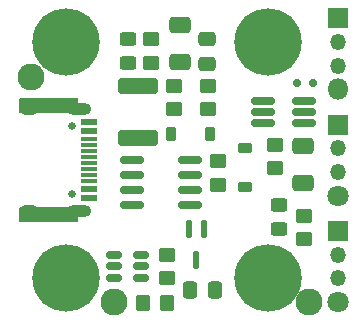
<source format=gbr>
%TF.GenerationSoftware,KiCad,Pcbnew,8.0.2*%
%TF.CreationDate,2024-05-15T22:33:18-04:00*%
%TF.ProjectId,USB-C-3-way-splitter,5553422d-432d-4332-9d77-61792d73706c,rev?*%
%TF.SameCoordinates,Original*%
%TF.FileFunction,Soldermask,Top*%
%TF.FilePolarity,Negative*%
%FSLAX46Y46*%
G04 Gerber Fmt 4.6, Leading zero omitted, Abs format (unit mm)*
G04 Created by KiCad (PCBNEW 8.0.2) date 2024-05-15 22:33:18*
%MOMM*%
%LPD*%
G01*
G04 APERTURE LIST*
G04 Aperture macros list*
%AMRoundRect*
0 Rectangle with rounded corners*
0 $1 Rounding radius*
0 $2 $3 $4 $5 $6 $7 $8 $9 X,Y pos of 4 corners*
0 Add a 4 corners polygon primitive as box body*
4,1,4,$2,$3,$4,$5,$6,$7,$8,$9,$2,$3,0*
0 Add four circle primitives for the rounded corners*
1,1,$1+$1,$2,$3*
1,1,$1+$1,$4,$5*
1,1,$1+$1,$6,$7*
1,1,$1+$1,$8,$9*
0 Add four rect primitives between the rounded corners*
20,1,$1+$1,$2,$3,$4,$5,0*
20,1,$1+$1,$4,$5,$6,$7,0*
20,1,$1+$1,$6,$7,$8,$9,0*
20,1,$1+$1,$8,$9,$2,$3,0*%
G04 Aperture macros list end*
%ADD10C,5.700000*%
%ADD11RoundRect,0.250000X1.450000X-0.400000X1.450000X0.400000X-1.450000X0.400000X-1.450000X-0.400000X0*%
%ADD12RoundRect,0.112500X0.112500X0.637500X-0.112500X0.637500X-0.112500X-0.637500X0.112500X-0.637500X0*%
%ADD13RoundRect,0.250000X-0.350000X-0.450000X0.350000X-0.450000X0.350000X0.450000X-0.350000X0.450000X0*%
%ADD14R,1.800000X1.800000*%
%ADD15O,1.350000X1.350000*%
%ADD16C,1.800000*%
%ADD17RoundRect,0.150000X-0.825000X-0.150000X0.825000X-0.150000X0.825000X0.150000X-0.825000X0.150000X0*%
%ADD18RoundRect,0.250000X-0.450000X0.350000X-0.450000X-0.350000X0.450000X-0.350000X0.450000X0.350000X0*%
%ADD19RoundRect,0.250000X0.650000X-0.412500X0.650000X0.412500X-0.650000X0.412500X-0.650000X-0.412500X0*%
%ADD20RoundRect,0.225000X0.225000X0.375000X-0.225000X0.375000X-0.225000X-0.375000X0.225000X-0.375000X0*%
%ADD21RoundRect,0.250000X0.450000X-0.325000X0.450000X0.325000X-0.450000X0.325000X-0.450000X-0.325000X0*%
%ADD22RoundRect,0.250000X-0.337500X-0.475000X0.337500X-0.475000X0.337500X0.475000X-0.337500X0.475000X0*%
%ADD23O,1.800000X1.800000*%
%ADD24RoundRect,0.162500X0.837500X0.162500X-0.837500X0.162500X-0.837500X-0.162500X0.837500X-0.162500X0*%
%ADD25RoundRect,0.250000X0.450000X-0.350000X0.450000X0.350000X-0.450000X0.350000X-0.450000X-0.350000X0*%
%ADD26RoundRect,0.250000X0.475000X-0.337500X0.475000X0.337500X-0.475000X0.337500X-0.475000X-0.337500X0*%
%ADD27C,2.286000*%
%ADD28RoundRect,0.150000X-0.150000X-0.200000X0.150000X-0.200000X0.150000X0.200000X-0.150000X0.200000X0*%
%ADD29RoundRect,0.150000X0.512500X0.150000X-0.512500X0.150000X-0.512500X-0.150000X0.512500X-0.150000X0*%
%ADD30C,0.650000*%
%ADD31R,1.450000X0.600000*%
%ADD32R,1.450000X0.300000*%
%ADD33O,2.100000X1.000000*%
%ADD34O,1.600000X1.000000*%
%ADD35RoundRect,0.225000X-0.375000X0.225000X-0.375000X-0.225000X0.375000X-0.225000X0.375000X0.225000X0*%
%ADD36RoundRect,0.250000X-0.650000X0.412500X-0.650000X-0.412500X0.650000X-0.412500X0.650000X0.412500X0*%
G04 APERTURE END LIST*
D10*
%TO.C,H4*%
X20100000Y-10000000D03*
%TD*%
D11*
%TO.C,F1*%
X9100000Y1850000D03*
X9100000Y6300000D03*
%TD*%
D12*
%TO.C,D1*%
X14650000Y-5840000D03*
X13350000Y-5840000D03*
X14000000Y-8500000D03*
%TD*%
D13*
%TO.C,R1*%
X9500000Y-12100000D03*
X11500000Y-12100000D03*
%TD*%
D14*
%TO.C,J3*%
X26000000Y3000000D03*
D15*
X26000000Y1000000D03*
X26000000Y-1000000D03*
D16*
X26000000Y-3000000D03*
%TD*%
D10*
%TO.C,H2*%
X3000000Y-10000000D03*
%TD*%
D17*
%TO.C,U1*%
X8525000Y5000D03*
X8525000Y-1265000D03*
X8525000Y-2535000D03*
X8525000Y-3805000D03*
X13475000Y-3805000D03*
X13475000Y-2535000D03*
X13475000Y-1265000D03*
X13475000Y5000D03*
%TD*%
D18*
%TO.C,R3*%
X15800000Y-100000D03*
X15800000Y-2100000D03*
%TD*%
%TO.C,R7*%
X20700000Y1300000D03*
X20700000Y-700000D03*
%TD*%
D19*
%TO.C,C3*%
X12600000Y8275000D03*
X12600000Y11400000D03*
%TD*%
D20*
%TO.C,D4*%
X15150000Y2200000D03*
X11850000Y2200000D03*
%TD*%
D21*
%TO.C,D2*%
X8200000Y8200000D03*
X8200000Y10250000D03*
%TD*%
D22*
%TO.C,C5*%
X13500000Y-11000000D03*
X15575000Y-11000000D03*
%TD*%
D21*
%TO.C,D3*%
X21000000Y-5875000D03*
X21000000Y-3825000D03*
%TD*%
D14*
%TO.C,J2*%
X26000000Y12000000D03*
D15*
X26000000Y10000000D03*
X26000000Y8000000D03*
D23*
X26000000Y6000000D03*
%TD*%
D24*
%TO.C,U2*%
X23100000Y3100000D03*
X23100000Y4050000D03*
X23100000Y5000000D03*
X19680000Y5000000D03*
X19680000Y4050000D03*
X19680000Y3100000D03*
%TD*%
D18*
%TO.C,R6*%
X12100000Y6300000D03*
X12100000Y4300000D03*
%TD*%
D25*
%TO.C,R5*%
X23100000Y-6700000D03*
X23100000Y-4700000D03*
%TD*%
D26*
%TO.C,C1*%
X14900000Y8162500D03*
X14900000Y10237500D03*
%TD*%
D27*
%TO.C,H7*%
X23500000Y-12000000D03*
%TD*%
%TO.C,H6*%
X7000000Y-12000000D03*
%TD*%
D25*
%TO.C,R4*%
X10200000Y8225000D03*
X10200000Y10225000D03*
%TD*%
D10*
%TO.C,H1*%
X3000000Y10000000D03*
%TD*%
D18*
%TO.C,R8*%
X15000000Y6300000D03*
X15000000Y4300000D03*
%TD*%
%TO.C,R2*%
X11500000Y-8000000D03*
X11500000Y-10000000D03*
%TD*%
D28*
%TO.C,D6*%
X23900000Y6500000D03*
X22500000Y6500000D03*
%TD*%
D29*
%TO.C,U3*%
X9337500Y-9950000D03*
X9337500Y-9000000D03*
X9337500Y-8050000D03*
X7062500Y-8050000D03*
X7062500Y-9000000D03*
X7062500Y-9950000D03*
%TD*%
D30*
%TO.C,J1*%
X3500000Y2890000D03*
X3500000Y-2890000D03*
D31*
X4945000Y3250000D03*
X4945000Y2450000D03*
D32*
X4945000Y1250000D03*
X4945000Y250000D03*
X4945000Y-250000D03*
X4945000Y-1250000D03*
D31*
X4945000Y-2450000D03*
X4945000Y-3250000D03*
X4945000Y-3250000D03*
X4945000Y-2450000D03*
D32*
X4945000Y-1750000D03*
X4945000Y-750000D03*
X4945000Y750000D03*
X4945000Y1750000D03*
D31*
X4945000Y2450000D03*
X4945000Y3250000D03*
D33*
X4030000Y4320000D03*
D34*
X-150000Y4320000D03*
D33*
X4030000Y-4320000D03*
D34*
X-150000Y-4320000D03*
%TD*%
D10*
%TO.C,H3*%
X20100000Y10000000D03*
%TD*%
D14*
%TO.C,J4*%
X26000000Y-6000000D03*
D15*
X26000000Y-8000000D03*
X26000000Y-10000000D03*
D16*
X26000000Y-12000000D03*
%TD*%
D27*
%TO.C,H5*%
X0Y7000000D03*
%TD*%
D35*
%TO.C,D5*%
X18100000Y1050000D03*
X18100000Y-2250000D03*
%TD*%
D36*
%TO.C,C2*%
X23000000Y1212500D03*
X23000000Y-1912500D03*
%TD*%
G36*
X3943039Y-4019685D02*
G01*
X3988794Y-4072489D01*
X4000000Y-4124000D01*
X4000000Y-5126000D01*
X3980315Y-5193039D01*
X3927511Y-5238794D01*
X3876000Y-5250000D01*
X-876000Y-5250000D01*
X-943039Y-5230315D01*
X-988794Y-5177511D01*
X-1000000Y-5126000D01*
X-1000000Y-4124000D01*
X-980315Y-4056961D01*
X-927511Y-4011206D01*
X-876000Y-4000000D01*
X3876000Y-4000000D01*
X3943039Y-4019685D01*
G37*
G36*
X3943039Y5230315D02*
G01*
X3988794Y5177511D01*
X4000000Y5126000D01*
X4000000Y4124000D01*
X3980315Y4056961D01*
X3927511Y4011206D01*
X3876000Y4000000D01*
X-876000Y4000000D01*
X-943039Y4019685D01*
X-988794Y4072489D01*
X-1000000Y4124000D01*
X-1000000Y5126000D01*
X-980315Y5193039D01*
X-927511Y5238794D01*
X-876000Y5250000D01*
X3876000Y5250000D01*
X3943039Y5230315D01*
G37*
M02*

</source>
